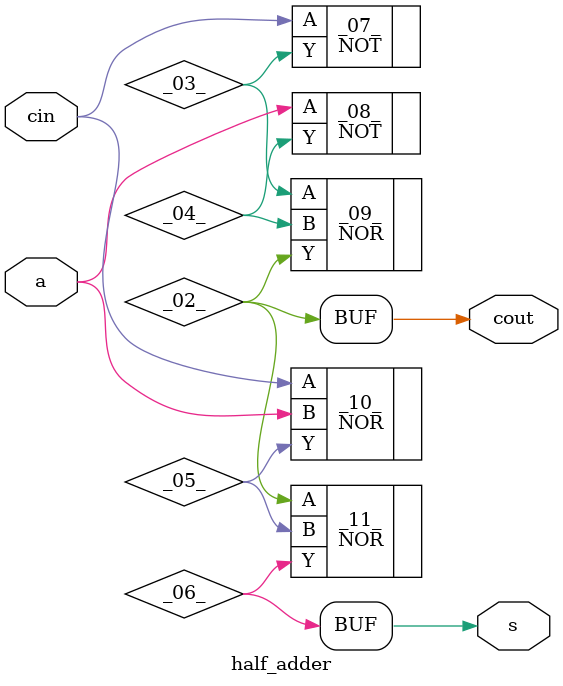
<source format=sv>
/* Generated by Yosys 0.9 (git sha1 1979e0b) */

module complement_2_sy(a, w);
  wire _00_;
  wire _01_;
  wire _02_;
  wire _03_;
  wire _04_;
  wire _05_;
  wire _06_;
  wire _07_;
  wire _08_;
  wire _09_;
  wire _10_;
  wire _11_;
  wire _12_;
  wire _13_;
  wire _14_;
  wire _15_;
  wire _16_;
  wire _17_;
  wire _18_;
  wire _19_;
  wire _20_;
  wire _21_;
  wire _22_;
  wire _23_;
  input [7:0] a;
  wire [8:0] carry;
  output [7:0] w;
  NOT _24_ (
    .A(_14_),
    .Y(_22_)
  );
  NOT _25_ (
    .A(_15_),
    .Y(_23_)
  );
  NOT _26_ (
    .A(_08_),
    .Y(_16_)
  );
  NOT _27_ (
    .A(_09_),
    .Y(_17_)
  );
  NOT _28_ (
    .A(_10_),
    .Y(_18_)
  );
  NOT _29_ (
    .A(_11_),
    .Y(_19_)
  );
  NOT _30_ (
    .A(_12_),
    .Y(_20_)
  );
  NOT _31_ (
    .A(_13_),
    .Y(_21_)
  );
  half_adder _32_ (
    .a(_00_),
    .cin(1'h1),
    .cout(carry[1]),
    .s(w[0])
  );
  half_adder _33_ (
    .a(_01_),
    .cin(carry[1]),
    .cout(carry[2]),
    .s(w[1])
  );
  half_adder _34_ (
    .a(_02_),
    .cin(carry[2]),
    .cout(carry[3]),
    .s(w[2])
  );
  half_adder _35_ (
    .a(_03_),
    .cin(carry[3]),
    .cout(carry[4]),
    .s(w[3])
  );
  half_adder _36_ (
    .a(_04_),
    .cin(carry[4]),
    .cout(carry[5]),
    .s(w[4])
  );
  half_adder _37_ (
    .a(_05_),
    .cin(carry[5]),
    .cout(carry[6]),
    .s(w[5])
  );
  half_adder _38_ (
    .a(_06_),
    .cin(carry[6]),
    .cout(carry[7]),
    .s(w[6])
  );
  half_adder _39_ (
    .a(_07_),
    .cin(carry[7]),
    .cout(carry[8]),
    .s(w[7])
  );
  assign carry[0] = 1'h1;
  assign _14_ = a[6];
  assign _06_ = _22_;
  assign _15_ = a[7];
  assign _07_ = _23_;
  assign _08_ = a[0];
  assign _00_ = _16_;
  assign _09_ = a[1];
  assign _01_ = _17_;
  assign _10_ = a[2];
  assign _02_ = _18_;
  assign _11_ = a[3];
  assign _03_ = _19_;
  assign _12_ = a[4];
  assign _04_ = _20_;
  assign _13_ = a[5];
  assign _05_ = _21_;
endmodule

module half_adder(a, cin, s, cout);
  wire _00_;
  wire _01_;
  wire _02_;
  wire _03_;
  wire _04_;
  wire _05_;
  wire _06_;
  input a;
  input cin;
  output cout;
  output s;
  NOT _07_ (
    .A(_01_),
    .Y(_03_)
  );
  NOT _08_ (
    .A(_00_),
    .Y(_04_)
  );
  NOR _09_ (
    .A(_03_),
    .B(_04_),
    .Y(_02_)
  );
  NOR _10_ (
    .A(_01_),
    .B(_00_),
    .Y(_05_)
  );
  NOR _11_ (
    .A(_02_),
    .B(_05_),
    .Y(_06_)
  );
  assign _01_ = cin;
  assign _00_ = a;
  assign cout = _02_;
  assign s = _06_;
endmodule

</source>
